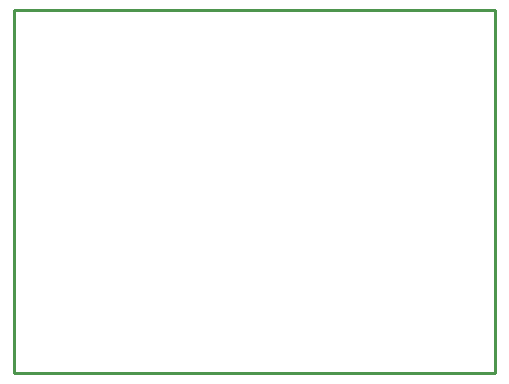
<source format=gko>
G04 Layer_Color=16711935*
%FSLAX25Y25*%
%MOIN*%
G70*
G01*
G75*
%ADD41C,0.01000*%
D41*
X160500Y0D02*
Y121000D01*
X0Y0D02*
X160500D01*
X0Y121000D02*
X160500D01*
X0Y0D02*
Y121000D01*
M02*

</source>
